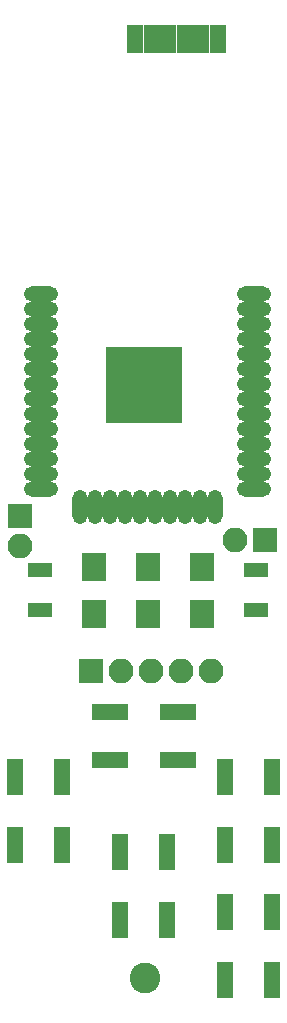
<source format=gbr>
G04 #@! TF.FileFunction,Soldermask,Top*
%FSLAX46Y46*%
G04 Gerber Fmt 4.6, Leading zero omitted, Abs format (unit mm)*
G04 Created by KiCad (PCBNEW 4.0.4-stable) date 04/22/19 13:39:38*
%MOMM*%
%LPD*%
G01*
G04 APERTURE LIST*
%ADD10C,0.100000*%
%ADD11R,2.000000X2.400000*%
%ADD12R,2.100000X2.100000*%
%ADD13O,2.100000X2.100000*%
%ADD14R,2.100000X2.400000*%
%ADD15R,2.100000X1.300000*%
%ADD16O,2.900000X1.300000*%
%ADD17O,1.300000X2.900000*%
%ADD18R,6.400000X6.400000*%
%ADD19R,0.750000X2.400000*%
%ADD20R,1.400000X3.150000*%
%ADD21R,3.150000X1.400000*%
%ADD22C,2.600000*%
G04 APERTURE END LIST*
D10*
D11*
X103835200Y-113480600D03*
X103835200Y-109480600D03*
X108407200Y-109480600D03*
X108407200Y-113480600D03*
D12*
X99009200Y-118338600D03*
D13*
X101549200Y-118338600D03*
X104089200Y-118338600D03*
X106629200Y-118338600D03*
X109169200Y-118338600D03*
D14*
X99263200Y-109480600D03*
X99263200Y-113480600D03*
D15*
X94691200Y-113180600D03*
X94691200Y-109780600D03*
X112979200Y-113180600D03*
X112979200Y-109780600D03*
D16*
X112835200Y-86418600D03*
X112835200Y-87688600D03*
X112835200Y-88958600D03*
X112835200Y-90228600D03*
X112835200Y-91498600D03*
X112835200Y-92768600D03*
X112835200Y-94038600D03*
X112835200Y-95308600D03*
X112835200Y-96578600D03*
X112835200Y-97848600D03*
X112835200Y-99118600D03*
X112835200Y-100388600D03*
X112835200Y-101658600D03*
X112835200Y-102928600D03*
D17*
X109550200Y-104418600D03*
X108280200Y-104418600D03*
X107010200Y-104418600D03*
X105740200Y-104418600D03*
X104470200Y-104418600D03*
X103200200Y-104418600D03*
X101930200Y-104418600D03*
X100660200Y-104418600D03*
X99390200Y-104418600D03*
X98120200Y-104418600D03*
D16*
X94835200Y-102928600D03*
X94835200Y-101658600D03*
X94835200Y-100388600D03*
X94835200Y-99118600D03*
X94835200Y-97848600D03*
X94835200Y-96578600D03*
X94835200Y-95308600D03*
X94835200Y-94038600D03*
X94835200Y-92768600D03*
X94835200Y-91498600D03*
X94835200Y-90228600D03*
X94835200Y-88958600D03*
X94835200Y-87688600D03*
X94835200Y-86418600D03*
D18*
X103535200Y-94118600D03*
D12*
X92989400Y-105168700D03*
D13*
X92989400Y-107708700D03*
D12*
X113779300Y-107213400D03*
D13*
X111239300Y-107213400D03*
D19*
X110124000Y-64770000D03*
X109424000Y-64770000D03*
X108724000Y-64770000D03*
X108024000Y-64770000D03*
X107324000Y-64770000D03*
X106624000Y-64770000D03*
X105924000Y-64770000D03*
X105224000Y-64770000D03*
X104524000Y-64770000D03*
X103824000Y-64770000D03*
X103124000Y-64770000D03*
X102424000Y-64770000D03*
D20*
X110395000Y-138725000D03*
X110395000Y-144485000D03*
X114395000Y-144485000D03*
X114395000Y-138725000D03*
X92615000Y-127295000D03*
X92615000Y-133055000D03*
X96615000Y-133055000D03*
X96615000Y-127295000D03*
D21*
X106385000Y-121825000D03*
X100625000Y-121825000D03*
X100625000Y-125825000D03*
X106385000Y-125825000D03*
D20*
X110395000Y-127295000D03*
X110395000Y-133055000D03*
X114395000Y-133055000D03*
X114395000Y-127295000D03*
X101505000Y-133645000D03*
X101505000Y-139405000D03*
X105505000Y-139405000D03*
X105505000Y-133645000D03*
D22*
X103632000Y-144335500D03*
M02*

</source>
